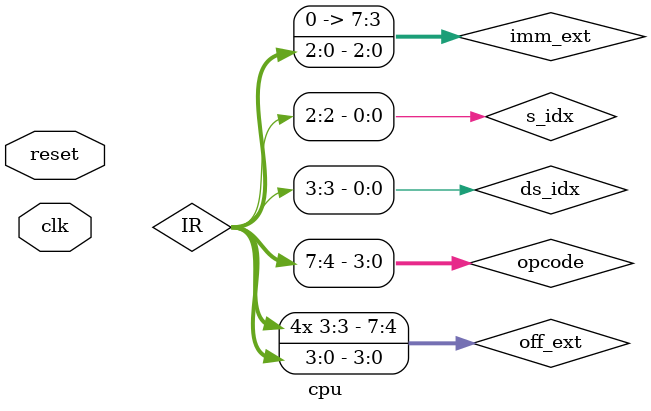
<source format=sv>
module memory_module (
    input  logic       clk,
    input  logic [7:0] addr,
    input  logic       write_en,
    input  logic [7:0] data_in,
    output logic [7:0] data_out
);
    logic [7:0] mem [0:255];

    initial begin
        for (int i=0; i<256; i++) mem[i] = 0;
    end

    assign data_out = mem[addr];

    always_ff @(posedge clk) begin
        if (write_en)
            mem[addr] <= data_in;
    end
endmodule


// ============================================================================
// MODULE: ALU
// ============================================================================
module alu (
    input  logic [7:0] a,
    input  logic [7:0] b,
    input  logic [1:0] func,
    output logic [7:0] result,
    output logic       zero
);
    always_comb begin
        case (func)
            2'b00: result = ~(a & b);
            2'b01: result = a * b;
            2'b10: result = a - b;
            2'b11: result = a + b;
            default: result = 8'h00;
        endcase
    end

    assign zero = (result == 0);
endmodule


// ============================================================================
// MODULE: Control Unit (MULTICYCLE FSM)
// ============================================================================
module control_unit (
    input  logic       clk,
    input  logic       reset,
    input  logic [3:0] opcode,
    input  logic       alu_zero,

    output logic       halted,
    output logic       mem_write,
    output logic       reg_write,
    output logic       ir_write,
    output logic [1:0] alu_func,
    output logic [1:0] alu_src_a_sel,
    output logic [1:0] alu_src_b_sel,
    output logic       pc_inc,
    output logic       pc_add_offset,
    output logic       pc_offset_is_jmp,
    output logic       wb_sel_mem,
    output logic       mem_addr_is_pc
);

    typedef enum logic [1:0] {
        FETCH,
        EXEC,
        ADDM,
        HALT
    } state_t;

    state_t curr_state, next_state;

    // State transition
    always_comb begin
        next_state = curr_state;
        case (curr_state)
            FETCH: next_state = EXEC;
            EXEC: begin
                if (opcode == 4'b1111)      next_state = HALT;
                else if (opcode == 4'b0010) next_state = ADDM;
                else                        next_state = FETCH;
            end
            ADDM: next_state = FETCH;
            HALT: next_state = HALT;
        endcase
    end

    always_ff @(posedge clk or posedge reset) begin
        if (reset)
            curr_state <= FETCH;
        else
            curr_state <= next_state;
    end

    // Control outputs
    always_comb begin
        halted = 0;
        mem_write = 0;
        reg_write = 0;
        ir_write = 0;
        pc_inc = 0;
        pc_add_offset = 0;
        pc_offset_is_jmp = 0;
        wb_sel_mem = 0;
        mem_addr_is_pc = 0;

        alu_func = 2'b11;
        alu_src_a_sel = 2'b00;
        alu_src_b_sel = 2'b00;

        case (curr_state)
            FETCH: begin
                mem_addr_is_pc = 1;
                ir_write = 1;
                pc_inc = 1;
            end

            EXEC: begin
                case (opcode)
                    4'b0000: begin alu_func=2'b00; reg_write=1; end
                    4'b0001: begin alu_func=2'b11; reg_write=1; end
                    4'b0100: begin alu_func=2'b10; reg_write=1; end
                    4'b0101: begin alu_func=2'b01; reg_write=1; end

                    4'b0011: begin
                        alu_func=2'b11;
                        alu_src_b_sel=2'b01;
                        reg_write=1;
                    end

                    4'b0110: begin
                        mem_addr_is_pc=0;
                        reg_write=1;
                        wb_sel_mem=1;
                    end

                    4'b0111: begin
                        mem_addr_is_pc=0;
                        mem_write=1;
                    end

                    4'b1000: begin
                        alu_func=2'b10;
                        if (alu_zero)
                            pc_add_offset=1;
                    end

                    4'b1001: begin
                        pc_add_offset=1;
                        pc_offset_is_jmp=1;
                    end

                    4'b1111: halted=1;
                endcase
            end

            ADDM: begin
                alu_func=2'b11;
                alu_src_b_sel=2'b10;
                reg_write=1;
            end

            HALT: halted=1;
        endcase
    end
endmodule


// ============================================================================
// MODULE: CPU
// ============================================================================
module cpu (
    input logic clk,
    input logic reset
);

    logic [7:0] registers [0:1];
    logic [7:0] PC, IR;

    logic [3:0] opcode;
    logic ds_idx, s_idx;
    assign opcode = IR[7:4];
    assign ds_idx = IR[3];
    assign s_idx  = IR[2];

    logic [7:0] imm_ext;
    logic signed [7:0] off_ext;
    assign imm_ext = {5'b0, IR[2:0]};
    assign off_ext = {{4{IR[3]}}, IR[3:0]};

    logic [7:0] reg_r1, reg_r2;
    assign reg_r1 = registers[ds_idx];
    assign reg_r2 = registers[s_idx];

    logic [7:0] mem_addr, mem_data_out;
    logic mem_write;

    memory_module mem_inst (
        .clk(clk),
        .addr(mem_addr),
        .write_en(mem_write),
        .data_in(reg_r1),
        .data_out(mem_data_out)
    );

    logic [7:0] alu_in_a, alu_in_b, alu_result;
    logic [1:0] alu_func;
    logic alu_zero;

    alu cpu_alu (
        .a(alu_in_a),
        .b(alu_in_b),
        .func(alu_func),
        .result(alu_result),
        .zero(alu_zero)
    );

    logic halted, reg_write, wb_sel_mem, ir_write;
    logic pc_inc, pc_add_offset, pc_offset_is_jmp, mem_addr_is_pc;
    logic [1:0] alu_src_a_sel, alu_src_b_sel;

    control_unit cu (
        .clk(clk), .reset(reset), .opcode(opcode), .alu_zero(alu_zero),
        .halted(halted), .mem_write(mem_write), .reg_write(reg_write),
        .ir_write(ir_write), .alu_func(alu_func),
        .alu_src_a_sel(alu_src_a_sel), .alu_src_b_sel(alu_src_b_sel),
        .pc_inc(pc_inc), .pc_add_offset(pc_add_offset),
        .pc_offset_is_jmp(pc_offset_is_jmp),
        .wb_sel_mem(wb_sel_mem), .mem_addr_is_pc(mem_addr_is_pc)
    );

    always_comb begin
        mem_addr = mem_addr_is_pc ? PC : reg_r2;
        alu_in_a = reg_r1;
        case (alu_src_b_sel)
            2'b01: alu_in_b = imm_ext;
            2'b10: alu_in_b = mem_data_out;
            default: alu_in_b = reg_r2;
        endcase
    end

    always_ff @(posedge clk or posedge reset) begin
        if (reset) begin
            PC<=0; IR<=0; registers[0]<=0; registers[1]<=0;
        end else if (!halted) begin
            if (ir_write) IR <= mem_data_out;
            if (reg_write)
                registers[ds_idx] <= wb_sel_mem ? mem_data_out : alu_result;

            if (pc_add_offset)
                PC <= PC + off_ext;
            else if (pc_inc)
                PC <= PC + 1;
        end
    end
endmodule

</source>
